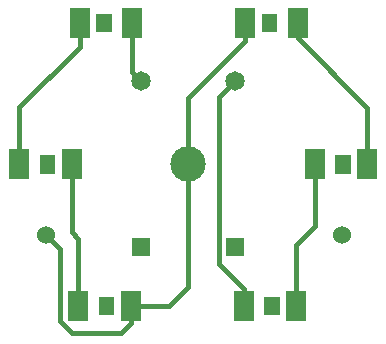
<source format=gbr>
%TF.GenerationSoftware,Altium Limited,Altium Designer,22.4.2 (48)*%
G04 Layer_Physical_Order=1*
G04 Layer_Color=255*
%FSLAX26Y26*%
%MOIN*%
%TF.SameCoordinates,B812F889-C0D6-4E0A-92BC-1FC44A6A00D5*%
%TF.FilePolarity,Positive*%
%TF.FileFunction,Copper,L1,Top,Signal*%
%TF.Part,Single*%
G01*
G75*
%TA.AperFunction,SMDPad,CuDef*%
%ADD10R,0.068000X0.100000*%
%TA.AperFunction,Conductor*%
%ADD11C,0.018000*%
%TA.AperFunction,ViaPad*%
%ADD12C,0.060000*%
%TA.AperFunction,ComponentPad*%
%ADD13C,0.064961*%
%ADD14R,0.064961X0.064961*%
%TA.AperFunction,ViaPad*%
%ADD15C,0.118110*%
G36*
X451220Y245079D02*
Y306102D01*
X502441D01*
Y245079D01*
X451220D01*
D02*
G37*
G36*
X254370Y717520D02*
Y778543D01*
X305591D01*
Y717520D01*
X254370D01*
D02*
G37*
G36*
X493661Y1250984D02*
Y1189961D01*
X442441D01*
Y1250984D01*
X493661D01*
D02*
G37*
G36*
X1002402Y245079D02*
Y306102D01*
X1053622D01*
Y245079D01*
X1002402D01*
D02*
G37*
G36*
X1238622Y717520D02*
Y778543D01*
X1289842D01*
Y717520D01*
X1238622D01*
D02*
G37*
G36*
X1044842Y1250984D02*
Y1189961D01*
X993622D01*
Y1250984D01*
X1044842D01*
D02*
G37*
D10*
X1113622Y1220472D02*
D03*
X938622D02*
D03*
X1169842Y748032D02*
D03*
X1344842D02*
D03*
X933622Y275590D02*
D03*
X1108622D02*
D03*
X382440D02*
D03*
X557440D02*
D03*
X185590Y748032D02*
D03*
X360590D02*
D03*
X562440Y1220472D02*
D03*
X387440D02*
D03*
D11*
X557440Y275000D02*
X683000D01*
X557440Y220000D02*
Y275000D01*
X523440Y186000D02*
X557440Y220000D01*
X360000Y186000D02*
X523440D01*
X320000Y226000D02*
X360000Y186000D01*
X320000Y226000D02*
Y467402D01*
X275590Y511812D02*
X320000Y467402D01*
X557440Y275000D02*
Y275590D01*
X683000Y275000D02*
X748032Y340032D01*
Y748032D01*
X933622Y275590D02*
Y331378D01*
X850000Y415000D02*
X933622Y331378D01*
X850000Y415000D02*
Y972048D01*
X905512Y1027560D01*
X562440Y1055672D02*
Y1220472D01*
Y1055672D02*
X590552Y1027560D01*
X1113622Y1168220D02*
Y1220472D01*
Y1168220D02*
X1344842Y937000D01*
Y748032D02*
Y937000D01*
X387440Y1140850D02*
Y1220472D01*
X185590Y939000D02*
X387440Y1140850D01*
X185590Y748032D02*
Y939000D01*
X748032Y748032D02*
Y968410D01*
X938622Y1159000D01*
Y1220472D01*
X1169842Y542220D02*
Y748032D01*
X1108622Y481000D02*
X1169842Y542220D01*
X1108622Y275590D02*
Y481000D01*
X360590Y521850D02*
Y748032D01*
Y521850D02*
X382440Y500000D01*
Y275590D02*
Y500000D01*
D12*
X275590Y511812D02*
D03*
X1259842D02*
D03*
D13*
X590552Y1027560D02*
D03*
X905512D02*
D03*
D14*
X590552Y472440D02*
D03*
X905512D02*
D03*
D15*
X748032Y748032D02*
D03*
%TF.MD5,df0791f670dcf2a79c5373bed2899314*%
M02*

</source>
